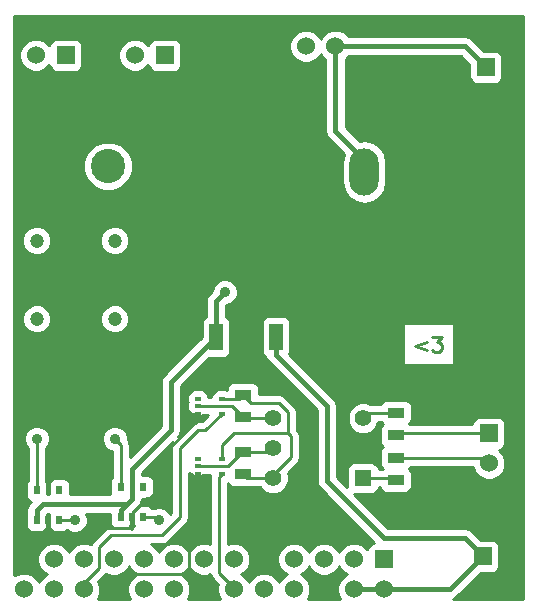
<source format=gtl>
G04 (created by PCBNEW (2012-nov-02)-testing) date Mon 04 Feb 2013 05:38:42 PM EST*
%MOIN*%
G04 Gerber Fmt 3.4, Leading zero omitted, Abs format*
%FSLAX34Y34*%
G01*
G70*
G90*
G04 APERTURE LIST*
%ADD10C,0.006*%
%ADD11C,0.00984252*%
%ADD12R,0.06X0.06*%
%ADD13C,0.06*%
%ADD14C,0.114173*%
%ADD15R,0.045X0.09*%
%ADD16R,0.4252X0.2755*%
%ADD17R,0.02X0.03*%
%ADD18R,0.055X0.035*%
%ADD19C,0.0472441*%
%ADD20C,0.0354331*%
%ADD21R,0.055X0.055*%
%ADD22C,0.055*%
%ADD23R,0.02X0.012*%
%ADD24O,0.2362X0.0984*%
%ADD25O,0.0984X0.1575*%
%ADD26C,0.035*%
%ADD27C,0.018*%
%ADD28C,0.01*%
G04 APERTURE END LIST*
G54D10*
G54D11*
X14027Y8855D02*
X13646Y8713D01*
X14027Y8570D01*
X14217Y9022D02*
X14527Y9022D01*
X14360Y8832D01*
X14432Y8832D01*
X14479Y8808D01*
X14503Y8784D01*
X14527Y8736D01*
X14527Y8617D01*
X14503Y8570D01*
X14479Y8546D01*
X14432Y8522D01*
X14289Y8522D01*
X14241Y8546D01*
X14217Y8570D01*
G54D12*
X9016Y18700D03*
G54D13*
X10000Y18700D03*
X10984Y18700D03*
G54D12*
X16100Y5800D03*
G54D13*
X16100Y4800D03*
G54D14*
X3400Y14700D03*
G54D12*
X12600Y1600D03*
G54D13*
X12600Y600D03*
X11600Y1600D03*
X11600Y600D03*
X10600Y1600D03*
X10600Y600D03*
X9600Y1600D03*
X9600Y600D03*
X8600Y1600D03*
X8600Y600D03*
X7600Y1600D03*
X7600Y600D03*
X6600Y1600D03*
X6600Y600D03*
X5600Y1600D03*
X5600Y600D03*
X4600Y1600D03*
X4600Y600D03*
X3600Y1600D03*
X3600Y600D03*
X2600Y1600D03*
X2600Y600D03*
X1600Y1600D03*
X1600Y600D03*
X600Y1600D03*
X600Y600D03*
G54D15*
X7000Y9000D03*
G54D16*
X8000Y13250D03*
G54D15*
X9000Y9000D03*
X8000Y9000D03*
G54D17*
X1025Y2900D03*
X1775Y2900D03*
X1025Y3900D03*
X1400Y2900D03*
X1775Y3900D03*
X3825Y3000D03*
X4575Y3000D03*
X3825Y4000D03*
X4200Y3000D03*
X4575Y4000D03*
G54D18*
X7900Y6325D03*
X7900Y7075D03*
X7900Y5175D03*
X7900Y4425D03*
X13000Y4975D03*
X13000Y4225D03*
X13000Y5725D03*
X13000Y6475D03*
G54D19*
X3629Y12217D03*
X3629Y9611D03*
G54D20*
X3629Y5618D03*
X3629Y6618D03*
G54D19*
X1029Y12217D03*
X1029Y9611D03*
G54D20*
X1029Y5618D03*
X1029Y6618D03*
G54D21*
X11900Y4300D03*
G54D22*
X11900Y5300D03*
X11900Y6300D03*
X11900Y7300D03*
X8900Y7300D03*
X8900Y6300D03*
X8900Y5300D03*
X8900Y4300D03*
G54D23*
X6400Y6950D03*
X6400Y6450D03*
X7200Y6950D03*
X6400Y6700D03*
X7200Y6450D03*
X6400Y4950D03*
X6400Y4450D03*
X7200Y4950D03*
X6400Y4700D03*
X7200Y4450D03*
G54D12*
X5300Y18400D03*
G54D13*
X4300Y18400D03*
G54D12*
X15900Y1700D03*
G54D13*
X15900Y2700D03*
G54D12*
X2000Y18400D03*
G54D13*
X1000Y18400D03*
G54D12*
X16000Y18000D03*
G54D13*
X16000Y19000D03*
G54D24*
X13122Y16350D03*
G54D25*
X14303Y14500D03*
X11941Y14500D03*
G54D26*
X7300Y10500D03*
X5100Y2900D03*
X2300Y2900D03*
G54D27*
X1025Y2900D02*
X1025Y3225D01*
X1250Y3450D02*
X4050Y3450D01*
X1025Y3225D02*
X1250Y3450D01*
X7000Y10200D02*
X7000Y9000D01*
X7300Y10500D02*
X7000Y10200D01*
X3825Y3000D02*
X3825Y3225D01*
X5500Y7500D02*
X7000Y9000D01*
X5500Y5900D02*
X5500Y7500D01*
X4200Y4600D02*
X5500Y5900D01*
X4200Y3600D02*
X4200Y4600D01*
X3825Y3225D02*
X4050Y3450D01*
X4050Y3450D02*
X4200Y3600D01*
G54D28*
X9400Y5800D02*
X9400Y6500D01*
X8175Y6800D02*
X7900Y7075D01*
X9100Y6800D02*
X8175Y6800D01*
X9400Y6500D02*
X9100Y6800D01*
X8900Y4300D02*
X8900Y4400D01*
X7200Y5400D02*
X7200Y4950D01*
X7600Y5800D02*
X7200Y5400D01*
X9400Y5800D02*
X7600Y5800D01*
X9500Y5700D02*
X9400Y5800D01*
X9500Y5000D02*
X9500Y5700D01*
X8900Y4400D02*
X9500Y5000D01*
X8900Y4300D02*
X8025Y4300D01*
X8025Y4300D02*
X7900Y4425D01*
X7200Y6950D02*
X7775Y6950D01*
X7775Y6950D02*
X7900Y7075D01*
G54D27*
X11600Y600D02*
X12600Y600D01*
X9000Y9000D02*
X9000Y8400D01*
X15300Y2300D02*
X15900Y1700D01*
X12600Y2300D02*
X15300Y2300D01*
X10700Y4200D02*
X12600Y2300D01*
X10700Y6700D02*
X10700Y4200D01*
X9000Y8400D02*
X10700Y6700D01*
X12600Y600D02*
X14800Y600D01*
X14800Y600D02*
X15900Y1700D01*
G54D28*
X3825Y4000D02*
X3825Y5423D01*
X3825Y5423D02*
X3629Y5618D01*
X1025Y3900D02*
X1025Y5614D01*
X1025Y5614D02*
X1029Y5618D01*
X7600Y600D02*
X7600Y650D01*
X7100Y4350D02*
X7200Y4450D01*
X7100Y1150D02*
X7100Y4350D01*
X7600Y650D02*
X7100Y1150D01*
X5000Y3000D02*
X4575Y3000D01*
X5100Y2900D02*
X5000Y3000D01*
X2300Y2900D02*
X1775Y2900D01*
X2600Y600D02*
X2600Y800D01*
X6650Y5900D02*
X7200Y6450D01*
X6400Y5900D02*
X6650Y5900D01*
X5800Y5300D02*
X6400Y5900D01*
X5800Y3000D02*
X5800Y5300D01*
X5200Y2400D02*
X5800Y3000D01*
X3500Y2400D02*
X5200Y2400D01*
X3100Y2000D02*
X3500Y2400D01*
X3100Y1300D02*
X3100Y2000D01*
X2600Y800D02*
X3100Y1300D01*
X13000Y4975D02*
X15925Y4975D01*
X15925Y4975D02*
X16100Y4800D01*
X16100Y5800D02*
X13075Y5800D01*
X13075Y5800D02*
X13000Y5725D01*
G54D27*
X11941Y14500D02*
X11941Y14909D01*
X10984Y15866D02*
X10984Y18700D01*
X11941Y14909D02*
X10984Y15866D01*
X10984Y18700D02*
X15300Y18700D01*
X15300Y18700D02*
X16000Y18000D01*
G54D28*
X14303Y14500D02*
X14303Y15169D01*
X14303Y15169D02*
X13122Y16350D01*
X6400Y6450D02*
X6020Y6450D01*
X6490Y7790D02*
X8410Y7790D01*
X6000Y7300D02*
X6490Y7790D01*
X6000Y6470D02*
X6000Y7300D01*
X6020Y6450D02*
X6000Y6470D01*
X4200Y3000D02*
X4200Y2600D01*
X2710Y2400D02*
X1400Y2400D01*
X2950Y2640D02*
X2710Y2400D01*
X4160Y2640D02*
X2950Y2640D01*
X4200Y2600D02*
X4160Y2640D01*
X6100Y1100D02*
X6100Y3850D01*
X6100Y3850D02*
X6350Y4100D01*
X6400Y4450D02*
X6400Y4150D01*
X6400Y4150D02*
X6350Y4100D01*
X4200Y3000D02*
X4200Y3150D01*
X6400Y6250D02*
X6400Y6450D01*
X5450Y5300D02*
X6400Y6250D01*
X5450Y4100D02*
X5450Y4200D01*
X5450Y4200D02*
X5450Y5300D01*
X5000Y3650D02*
X5450Y4100D01*
X4700Y3650D02*
X5000Y3650D01*
X4200Y3150D02*
X4700Y3650D01*
X3600Y600D02*
X3600Y750D01*
X6100Y1100D02*
X6600Y600D01*
X3950Y1100D02*
X6100Y1100D01*
X3600Y750D02*
X3950Y1100D01*
X600Y1600D02*
X1400Y2400D01*
X1400Y2400D02*
X1400Y2900D01*
X11900Y5300D02*
X11400Y5800D01*
X11400Y6800D02*
X11900Y7300D01*
X11400Y5800D02*
X11400Y6800D01*
X8000Y13250D02*
X8000Y17684D01*
X8000Y17684D02*
X9016Y18700D01*
X8000Y9000D02*
X8000Y13250D01*
X8900Y7300D02*
X8410Y7790D01*
X8410Y7790D02*
X8100Y8100D01*
X8100Y8900D02*
X8000Y9000D01*
X8100Y8100D02*
X8100Y8900D01*
X14303Y14500D02*
X14600Y14500D01*
X16900Y19000D02*
X16000Y19000D01*
X17000Y18900D02*
X16900Y19000D01*
X17000Y16900D02*
X17000Y18900D01*
X14600Y14500D02*
X17000Y16900D01*
X6400Y6700D02*
X7525Y6700D01*
X7525Y6700D02*
X7900Y6325D01*
X8900Y6300D02*
X7925Y6300D01*
X7925Y6300D02*
X7900Y6325D01*
X7900Y5175D02*
X8775Y5175D01*
X8775Y5175D02*
X8900Y5300D01*
X6400Y4700D02*
X7400Y4700D01*
X7875Y5175D02*
X7900Y5175D01*
X7400Y4700D02*
X7875Y5175D01*
X11900Y4300D02*
X12925Y4300D01*
X12925Y4300D02*
X13000Y4225D01*
X13000Y6475D02*
X12075Y6475D01*
X12075Y6475D02*
X11900Y6300D01*
G54D10*
G36*
X4271Y2700D02*
X4128Y2700D01*
X4136Y2708D01*
X4174Y2800D01*
X4175Y2899D01*
X4175Y3094D01*
X4224Y3144D01*
X4224Y3100D01*
X4224Y2800D01*
X4262Y2708D01*
X4271Y2700D01*
X4271Y2700D01*
G37*
G54D28*
X4271Y2700D02*
X4128Y2700D01*
X4136Y2708D01*
X4174Y2800D01*
X4175Y2899D01*
X4175Y3094D01*
X4224Y3144D01*
X4224Y3100D01*
X4224Y2800D01*
X4262Y2708D01*
X4271Y2700D01*
G54D10*
G36*
X4369Y1100D02*
X4288Y1066D01*
X4134Y911D01*
X4050Y709D01*
X4049Y491D01*
X4133Y288D01*
X4142Y279D01*
X3057Y279D01*
X3065Y288D01*
X3149Y490D01*
X3150Y708D01*
X3086Y862D01*
X3312Y1087D01*
X3312Y1087D01*
X3331Y1116D01*
X3331Y1116D01*
X3490Y1050D01*
X3708Y1049D01*
X3911Y1133D01*
X4065Y1288D01*
X4099Y1369D01*
X4133Y1288D01*
X4288Y1134D01*
X4369Y1100D01*
X4369Y1100D01*
G37*
G54D28*
X4369Y1100D02*
X4288Y1066D01*
X4134Y911D01*
X4050Y709D01*
X4049Y491D01*
X4133Y288D01*
X4142Y279D01*
X3057Y279D01*
X3065Y288D01*
X3149Y490D01*
X3150Y708D01*
X3086Y862D01*
X3312Y1087D01*
X3312Y1087D01*
X3331Y1116D01*
X3331Y1116D01*
X3490Y1050D01*
X3708Y1049D01*
X3911Y1133D01*
X4065Y1288D01*
X4099Y1369D01*
X4133Y1288D01*
X4288Y1134D01*
X4369Y1100D01*
G54D10*
G36*
X5577Y5496D02*
X5522Y5414D01*
X5500Y5300D01*
X5500Y3124D01*
X5476Y3101D01*
X5460Y3140D01*
X5341Y3260D01*
X5184Y3324D01*
X5015Y3325D01*
X4955Y3300D01*
X4878Y3300D01*
X4816Y3361D01*
X4724Y3399D01*
X4625Y3400D01*
X4467Y3400D01*
X4514Y3469D01*
X4514Y3469D01*
X4518Y3491D01*
X4539Y3599D01*
X4539Y3599D01*
X4724Y3599D01*
X4816Y3637D01*
X4886Y3708D01*
X4924Y3800D01*
X4925Y3899D01*
X4925Y4199D01*
X4887Y4291D01*
X4816Y4361D01*
X4724Y4399D01*
X4625Y4400D01*
X4540Y4400D01*
X4540Y4459D01*
X5577Y5496D01*
X5577Y5496D01*
G37*
G54D28*
X5577Y5496D02*
X5522Y5414D01*
X5500Y5300D01*
X5500Y3124D01*
X5476Y3101D01*
X5460Y3140D01*
X5341Y3260D01*
X5184Y3324D01*
X5015Y3325D01*
X4955Y3300D01*
X4878Y3300D01*
X4816Y3361D01*
X4724Y3399D01*
X4625Y3400D01*
X4467Y3400D01*
X4514Y3469D01*
X4514Y3469D01*
X4518Y3491D01*
X4539Y3599D01*
X4539Y3599D01*
X4724Y3599D01*
X4816Y3637D01*
X4886Y3708D01*
X4924Y3800D01*
X4925Y3899D01*
X4925Y4199D01*
X4887Y4291D01*
X4816Y4361D01*
X4724Y4399D01*
X4625Y4400D01*
X4540Y4400D01*
X4540Y4459D01*
X5577Y5496D01*
G54D10*
G36*
X6809Y4400D02*
X6800Y4350D01*
X6800Y2112D01*
X6709Y2149D01*
X6491Y2150D01*
X6288Y2066D01*
X6134Y1911D01*
X6100Y1830D01*
X6066Y1911D01*
X5911Y2065D01*
X5709Y2149D01*
X5491Y2150D01*
X5288Y2066D01*
X5134Y1911D01*
X5100Y1830D01*
X5066Y1911D01*
X4911Y2065D01*
X4830Y2100D01*
X5200Y2100D01*
X5200Y2100D01*
X5314Y2122D01*
X5314Y2122D01*
X5412Y2187D01*
X6012Y2787D01*
X6012Y2787D01*
X6077Y2885D01*
X6099Y3000D01*
X6100Y3000D01*
X6100Y4486D01*
X6158Y4428D01*
X6250Y4390D01*
X6349Y4389D01*
X6549Y4389D01*
X6573Y4400D01*
X6809Y4400D01*
X6809Y4400D01*
G37*
G54D28*
X6809Y4400D02*
X6800Y4350D01*
X6800Y2112D01*
X6709Y2149D01*
X6491Y2150D01*
X6288Y2066D01*
X6134Y1911D01*
X6100Y1830D01*
X6066Y1911D01*
X5911Y2065D01*
X5709Y2149D01*
X5491Y2150D01*
X5288Y2066D01*
X5134Y1911D01*
X5100Y1830D01*
X5066Y1911D01*
X4911Y2065D01*
X4830Y2100D01*
X5200Y2100D01*
X5200Y2100D01*
X5314Y2122D01*
X5314Y2122D01*
X5412Y2187D01*
X6012Y2787D01*
X6012Y2787D01*
X6077Y2885D01*
X6099Y3000D01*
X6100Y3000D01*
X6100Y4486D01*
X6158Y4428D01*
X6250Y4390D01*
X6349Y4389D01*
X6549Y4389D01*
X6573Y4400D01*
X6809Y4400D01*
G54D10*
G36*
X7142Y279D02*
X6057Y279D01*
X6065Y288D01*
X6149Y490D01*
X6150Y708D01*
X6066Y911D01*
X5911Y1065D01*
X5830Y1099D01*
X5911Y1133D01*
X6065Y1288D01*
X6099Y1369D01*
X6133Y1288D01*
X6288Y1134D01*
X6490Y1050D01*
X6708Y1049D01*
X6811Y1092D01*
X6822Y1035D01*
X6887Y937D01*
X7069Y756D01*
X7050Y709D01*
X7049Y491D01*
X7133Y288D01*
X7142Y279D01*
X7142Y279D01*
G37*
G54D28*
X7142Y279D02*
X6057Y279D01*
X6065Y288D01*
X6149Y490D01*
X6150Y708D01*
X6066Y911D01*
X5911Y1065D01*
X5830Y1099D01*
X5911Y1133D01*
X6065Y1288D01*
X6099Y1369D01*
X6133Y1288D01*
X6288Y1134D01*
X6490Y1050D01*
X6708Y1049D01*
X6811Y1092D01*
X6822Y1035D01*
X6887Y937D01*
X7069Y756D01*
X7050Y709D01*
X7049Y491D01*
X7133Y288D01*
X7142Y279D01*
G54D10*
G36*
X11369Y1100D02*
X11288Y1066D01*
X11134Y911D01*
X11050Y709D01*
X11049Y491D01*
X11133Y288D01*
X11142Y279D01*
X10057Y279D01*
X10065Y288D01*
X10149Y490D01*
X10150Y708D01*
X10066Y911D01*
X9911Y1065D01*
X9830Y1099D01*
X9911Y1133D01*
X10065Y1288D01*
X10099Y1369D01*
X10133Y1288D01*
X10288Y1134D01*
X10490Y1050D01*
X10708Y1049D01*
X10911Y1133D01*
X11065Y1288D01*
X11099Y1369D01*
X11133Y1288D01*
X11288Y1134D01*
X11369Y1100D01*
X11369Y1100D01*
G37*
G54D28*
X11369Y1100D02*
X11288Y1066D01*
X11134Y911D01*
X11050Y709D01*
X11049Y491D01*
X11133Y288D01*
X11142Y279D01*
X10057Y279D01*
X10065Y288D01*
X10149Y490D01*
X10150Y708D01*
X10066Y911D01*
X9911Y1065D01*
X9830Y1099D01*
X9911Y1133D01*
X10065Y1288D01*
X10099Y1369D01*
X10133Y1288D01*
X10288Y1134D01*
X10490Y1050D01*
X10708Y1049D01*
X10911Y1133D01*
X11065Y1288D01*
X11099Y1369D01*
X11133Y1288D01*
X11288Y1134D01*
X11369Y1100D01*
G54D10*
G36*
X17220Y279D02*
X14898Y279D01*
X14930Y285D01*
X15040Y359D01*
X15830Y1149D01*
X16249Y1149D01*
X16341Y1187D01*
X16411Y1258D01*
X16449Y1350D01*
X16450Y1449D01*
X16450Y2049D01*
X16412Y2141D01*
X16341Y2211D01*
X16249Y2249D01*
X16150Y2250D01*
X15830Y2250D01*
X15540Y2540D01*
X15430Y2614D01*
X15300Y2640D01*
X12740Y2640D01*
X11605Y3775D01*
X11674Y3774D01*
X12224Y3774D01*
X12316Y3812D01*
X12386Y3883D01*
X12424Y3975D01*
X12424Y4000D01*
X12475Y4000D01*
X12512Y3908D01*
X12583Y3838D01*
X12675Y3800D01*
X12774Y3799D01*
X13324Y3799D01*
X13416Y3837D01*
X13486Y3908D01*
X13524Y4000D01*
X13525Y4099D01*
X13525Y4449D01*
X13487Y4541D01*
X13428Y4600D01*
X13486Y4658D01*
X13493Y4675D01*
X15556Y4675D01*
X15633Y4488D01*
X15788Y4334D01*
X15990Y4250D01*
X16208Y4249D01*
X16411Y4333D01*
X16565Y4488D01*
X16649Y4690D01*
X16650Y4908D01*
X16566Y5111D01*
X16427Y5249D01*
X16449Y5249D01*
X16541Y5287D01*
X16611Y5358D01*
X16649Y5450D01*
X16650Y5549D01*
X16650Y6149D01*
X16612Y6241D01*
X16550Y6303D01*
X16550Y17749D01*
X16550Y18349D01*
X16512Y18441D01*
X16441Y18511D01*
X16349Y18549D01*
X16250Y18550D01*
X15930Y18550D01*
X15540Y18940D01*
X15430Y19014D01*
X15300Y19040D01*
X11421Y19040D01*
X11295Y19165D01*
X11093Y19249D01*
X10875Y19250D01*
X10672Y19166D01*
X10518Y19011D01*
X10492Y18949D01*
X10466Y19011D01*
X10311Y19165D01*
X10109Y19249D01*
X9891Y19250D01*
X9688Y19166D01*
X9534Y19011D01*
X9450Y18809D01*
X9449Y18591D01*
X9533Y18388D01*
X9688Y18234D01*
X9890Y18150D01*
X10108Y18149D01*
X10311Y18233D01*
X10465Y18388D01*
X10491Y18450D01*
X10517Y18388D01*
X10644Y18262D01*
X10644Y15866D01*
X10669Y15735D01*
X10743Y15625D01*
X11261Y15108D01*
X11255Y15099D01*
X11199Y14815D01*
X11199Y14184D01*
X11255Y13900D01*
X11416Y13659D01*
X11657Y13498D01*
X11941Y13442D01*
X12224Y13498D01*
X12465Y13659D01*
X12626Y13900D01*
X12683Y14184D01*
X12683Y14815D01*
X12626Y15099D01*
X12465Y15340D01*
X12224Y15501D01*
X11941Y15557D01*
X11800Y15529D01*
X11324Y16006D01*
X11324Y18262D01*
X11421Y18360D01*
X15159Y18360D01*
X15449Y18069D01*
X15449Y17650D01*
X15487Y17558D01*
X15558Y17488D01*
X15650Y17450D01*
X15749Y17449D01*
X16349Y17449D01*
X16441Y17487D01*
X16511Y17558D01*
X16549Y17650D01*
X16550Y17749D01*
X16550Y6303D01*
X16541Y6311D01*
X16449Y6349D01*
X16350Y6350D01*
X15750Y6350D01*
X15658Y6312D01*
X15588Y6241D01*
X15550Y6149D01*
X15550Y6100D01*
X14921Y6100D01*
X14921Y8075D01*
X14921Y9472D01*
X13228Y9472D01*
X13228Y8075D01*
X14921Y8075D01*
X14921Y6100D01*
X13428Y6100D01*
X13428Y6100D01*
X13486Y6158D01*
X13524Y6250D01*
X13525Y6349D01*
X13525Y6699D01*
X13487Y6791D01*
X13416Y6861D01*
X13324Y6899D01*
X13225Y6900D01*
X12675Y6900D01*
X12583Y6862D01*
X12513Y6791D01*
X12506Y6775D01*
X12125Y6775D01*
X12004Y6824D01*
X11796Y6825D01*
X11603Y6745D01*
X11455Y6597D01*
X11375Y6404D01*
X11374Y6196D01*
X11454Y6003D01*
X11602Y5855D01*
X11795Y5775D01*
X12003Y5774D01*
X12197Y5854D01*
X12344Y6002D01*
X12416Y6175D01*
X12506Y6175D01*
X12512Y6158D01*
X12571Y6099D01*
X12513Y6041D01*
X12475Y5949D01*
X12474Y5850D01*
X12474Y5500D01*
X12512Y5408D01*
X12571Y5349D01*
X12513Y5291D01*
X12475Y5199D01*
X12474Y5100D01*
X12474Y4750D01*
X12512Y4658D01*
X12571Y4600D01*
X12425Y4600D01*
X12425Y4624D01*
X12387Y4716D01*
X12316Y4786D01*
X12224Y4824D01*
X12125Y4825D01*
X11575Y4825D01*
X11483Y4787D01*
X11413Y4716D01*
X11375Y4624D01*
X11374Y4525D01*
X11374Y4005D01*
X11040Y4340D01*
X11040Y6700D01*
X11018Y6808D01*
X11014Y6830D01*
X11014Y6830D01*
X10940Y6940D01*
X10940Y6940D01*
X9447Y8433D01*
X9474Y8500D01*
X9475Y8599D01*
X9475Y9499D01*
X9437Y9591D01*
X9366Y9661D01*
X9274Y9699D01*
X9175Y9700D01*
X8725Y9700D01*
X8633Y9662D01*
X8563Y9591D01*
X8525Y9499D01*
X8524Y9400D01*
X8524Y8500D01*
X8562Y8408D01*
X8633Y8338D01*
X8675Y8320D01*
X8685Y8269D01*
X8759Y8159D01*
X10360Y6559D01*
X10360Y4200D01*
X10385Y4069D01*
X10459Y3959D01*
X12269Y2150D01*
X12250Y2150D01*
X12158Y2112D01*
X12088Y2041D01*
X12050Y1949D01*
X12050Y1927D01*
X11911Y2065D01*
X11709Y2149D01*
X11491Y2150D01*
X11288Y2066D01*
X11134Y1911D01*
X11100Y1830D01*
X11066Y1911D01*
X10911Y2065D01*
X10709Y2149D01*
X10491Y2150D01*
X10288Y2066D01*
X10134Y1911D01*
X10100Y1830D01*
X10066Y1911D01*
X9911Y2065D01*
X9709Y2149D01*
X9491Y2150D01*
X9288Y2066D01*
X9134Y1911D01*
X9050Y1709D01*
X9049Y1491D01*
X9133Y1288D01*
X9288Y1134D01*
X9369Y1100D01*
X9288Y1066D01*
X9134Y911D01*
X9100Y830D01*
X9066Y911D01*
X8911Y1065D01*
X8709Y1149D01*
X8491Y1150D01*
X8288Y1066D01*
X8134Y911D01*
X8100Y830D01*
X8066Y911D01*
X7911Y1065D01*
X7830Y1099D01*
X7911Y1133D01*
X8065Y1288D01*
X8149Y1490D01*
X8150Y1708D01*
X8066Y1911D01*
X7911Y2065D01*
X7709Y2149D01*
X7491Y2150D01*
X7400Y2112D01*
X7400Y4139D01*
X7412Y4108D01*
X7483Y4038D01*
X7575Y4000D01*
X7674Y3999D01*
X8224Y3999D01*
X8224Y4000D01*
X8457Y4000D01*
X8602Y3855D01*
X8795Y3775D01*
X9003Y3774D01*
X9197Y3854D01*
X9344Y4002D01*
X9424Y4195D01*
X9425Y4403D01*
X9396Y4472D01*
X9712Y4787D01*
X9712Y4787D01*
X9777Y4885D01*
X9799Y5000D01*
X9800Y5000D01*
X9800Y5700D01*
X9777Y5814D01*
X9712Y5912D01*
X9712Y5912D01*
X9700Y5924D01*
X9700Y6500D01*
X9699Y6500D01*
X9677Y6614D01*
X9612Y6712D01*
X9612Y6712D01*
X9312Y7012D01*
X9214Y7077D01*
X9100Y7100D01*
X8425Y7100D01*
X8425Y7299D01*
X8387Y7391D01*
X8316Y7461D01*
X8224Y7499D01*
X8125Y7500D01*
X7575Y7500D01*
X7483Y7462D01*
X7413Y7391D01*
X7375Y7299D01*
X7375Y7250D01*
X7373Y7250D01*
X7349Y7259D01*
X7250Y7260D01*
X7050Y7260D01*
X6958Y7222D01*
X6888Y7151D01*
X6850Y7059D01*
X6849Y7000D01*
X6750Y7000D01*
X6750Y7059D01*
X6712Y7151D01*
X6641Y7221D01*
X6549Y7259D01*
X6450Y7260D01*
X6250Y7260D01*
X6158Y7222D01*
X6088Y7151D01*
X6050Y7059D01*
X6049Y6960D01*
X6049Y6840D01*
X6056Y6825D01*
X6050Y6809D01*
X6049Y6710D01*
X6049Y6590D01*
X6087Y6498D01*
X6158Y6428D01*
X6250Y6390D01*
X6349Y6389D01*
X6549Y6389D01*
X6573Y6400D01*
X6725Y6400D01*
X6525Y6200D01*
X6400Y6200D01*
X6285Y6177D01*
X6187Y6112D01*
X5750Y5674D01*
X5814Y5769D01*
X5814Y5769D01*
X5818Y5791D01*
X5839Y5900D01*
X5840Y5900D01*
X5840Y7359D01*
X6780Y8299D01*
X6824Y8299D01*
X7274Y8299D01*
X7366Y8337D01*
X7436Y8408D01*
X7474Y8500D01*
X7475Y8599D01*
X7475Y9499D01*
X7437Y9591D01*
X7366Y9661D01*
X7340Y9672D01*
X7340Y10059D01*
X7355Y10074D01*
X7384Y10074D01*
X7540Y10139D01*
X7660Y10258D01*
X7724Y10415D01*
X7725Y10584D01*
X7660Y10740D01*
X7541Y10860D01*
X7384Y10924D01*
X7215Y10925D01*
X7059Y10860D01*
X6939Y10741D01*
X6875Y10584D01*
X6875Y10555D01*
X6759Y10440D01*
X6685Y10330D01*
X6660Y10200D01*
X6660Y9672D01*
X6633Y9662D01*
X6563Y9591D01*
X6525Y9499D01*
X6524Y9400D01*
X6524Y9005D01*
X5850Y8330D01*
X5850Y18149D01*
X5850Y18749D01*
X5812Y18841D01*
X5741Y18911D01*
X5649Y18949D01*
X5550Y18950D01*
X4950Y18950D01*
X4858Y18912D01*
X4788Y18841D01*
X4750Y18749D01*
X4750Y18727D01*
X4611Y18865D01*
X4409Y18949D01*
X4191Y18950D01*
X3988Y18866D01*
X3834Y18711D01*
X3750Y18509D01*
X3749Y18291D01*
X3833Y18088D01*
X3988Y17934D01*
X4190Y17850D01*
X4408Y17849D01*
X4611Y17933D01*
X4749Y18072D01*
X4749Y18050D01*
X4787Y17958D01*
X4858Y17888D01*
X4950Y17850D01*
X5049Y17849D01*
X5649Y17849D01*
X5741Y17887D01*
X5811Y17958D01*
X5849Y18050D01*
X5850Y18149D01*
X5850Y8330D01*
X5259Y7740D01*
X5185Y7630D01*
X5160Y7500D01*
X5160Y6040D01*
X4221Y5101D01*
X4221Y14862D01*
X4096Y15164D01*
X3865Y15395D01*
X3563Y15520D01*
X3237Y15521D01*
X2935Y15396D01*
X2704Y15165D01*
X2579Y14863D01*
X2578Y14537D01*
X2703Y14235D01*
X2934Y14004D01*
X3236Y13879D01*
X3562Y13878D01*
X3864Y14003D01*
X4095Y14234D01*
X4220Y14536D01*
X4221Y14862D01*
X4221Y5101D01*
X4125Y5005D01*
X4125Y5423D01*
X4115Y5471D01*
X4115Y9707D01*
X4115Y12313D01*
X4041Y12492D01*
X3904Y12629D01*
X3726Y12703D01*
X3532Y12703D01*
X3354Y12629D01*
X3217Y12493D01*
X3142Y12314D01*
X3142Y12121D01*
X3216Y11942D01*
X3353Y11805D01*
X3531Y11731D01*
X3725Y11731D01*
X3904Y11804D01*
X4041Y11941D01*
X4115Y12120D01*
X4115Y12313D01*
X4115Y9707D01*
X4041Y9886D01*
X3904Y10022D01*
X3726Y10097D01*
X3532Y10097D01*
X3354Y10023D01*
X3217Y9886D01*
X3142Y9708D01*
X3142Y9514D01*
X3216Y9335D01*
X3353Y9199D01*
X3531Y9124D01*
X3725Y9124D01*
X3904Y9198D01*
X4041Y9335D01*
X4115Y9513D01*
X4115Y9707D01*
X4115Y5471D01*
X4102Y5537D01*
X4056Y5606D01*
X4056Y5703D01*
X3991Y5860D01*
X3871Y5980D01*
X3714Y6045D01*
X3544Y6046D01*
X3387Y5981D01*
X3267Y5861D01*
X3202Y5704D01*
X3201Y5534D01*
X3266Y5377D01*
X3386Y5256D01*
X3525Y5199D01*
X3525Y4303D01*
X3513Y4291D01*
X3475Y4199D01*
X3474Y4100D01*
X3474Y3800D01*
X3479Y3790D01*
X2550Y3790D01*
X2550Y18149D01*
X2550Y18749D01*
X2512Y18841D01*
X2441Y18911D01*
X2349Y18949D01*
X2250Y18950D01*
X1650Y18950D01*
X1558Y18912D01*
X1488Y18841D01*
X1450Y18749D01*
X1450Y18727D01*
X1311Y18865D01*
X1109Y18949D01*
X891Y18950D01*
X688Y18866D01*
X534Y18711D01*
X450Y18509D01*
X449Y18291D01*
X533Y18088D01*
X688Y17934D01*
X890Y17850D01*
X1108Y17849D01*
X1311Y17933D01*
X1449Y18072D01*
X1449Y18050D01*
X1487Y17958D01*
X1558Y17888D01*
X1650Y17850D01*
X1749Y17849D01*
X2349Y17849D01*
X2441Y17887D01*
X2511Y17958D01*
X2549Y18050D01*
X2550Y18149D01*
X2550Y3790D01*
X2125Y3790D01*
X2125Y3799D01*
X2125Y4099D01*
X2087Y4191D01*
X2016Y4261D01*
X1924Y4299D01*
X1825Y4300D01*
X1625Y4300D01*
X1533Y4262D01*
X1515Y4243D01*
X1515Y9707D01*
X1515Y12313D01*
X1441Y12492D01*
X1304Y12629D01*
X1126Y12703D01*
X932Y12703D01*
X754Y12629D01*
X617Y12493D01*
X542Y12314D01*
X542Y12121D01*
X616Y11942D01*
X753Y11805D01*
X931Y11731D01*
X1125Y11731D01*
X1304Y11804D01*
X1441Y11941D01*
X1515Y12120D01*
X1515Y12313D01*
X1515Y9707D01*
X1441Y9886D01*
X1304Y10022D01*
X1126Y10097D01*
X932Y10097D01*
X754Y10023D01*
X617Y9886D01*
X542Y9708D01*
X542Y9514D01*
X616Y9335D01*
X753Y9199D01*
X931Y9124D01*
X1125Y9124D01*
X1304Y9198D01*
X1441Y9335D01*
X1515Y9513D01*
X1515Y9707D01*
X1515Y4243D01*
X1463Y4191D01*
X1425Y4099D01*
X1424Y4000D01*
X1424Y3790D01*
X1375Y3790D01*
X1375Y3799D01*
X1375Y4099D01*
X1337Y4191D01*
X1325Y4203D01*
X1325Y5310D01*
X1391Y5376D01*
X1456Y5533D01*
X1456Y5703D01*
X1391Y5860D01*
X1271Y5980D01*
X1114Y6045D01*
X944Y6046D01*
X787Y5981D01*
X667Y5861D01*
X602Y5704D01*
X601Y5534D01*
X666Y5377D01*
X725Y5318D01*
X725Y4203D01*
X713Y4191D01*
X675Y4099D01*
X674Y4000D01*
X674Y3700D01*
X712Y3608D01*
X783Y3538D01*
X835Y3516D01*
X784Y3465D01*
X710Y3355D01*
X685Y3225D01*
X685Y3123D01*
X675Y3099D01*
X674Y3000D01*
X674Y2700D01*
X712Y2608D01*
X783Y2538D01*
X875Y2500D01*
X974Y2499D01*
X1174Y2499D01*
X1266Y2537D01*
X1336Y2608D01*
X1374Y2700D01*
X1375Y2799D01*
X1375Y3094D01*
X1390Y3110D01*
X1429Y3110D01*
X1425Y3099D01*
X1424Y3000D01*
X1424Y2700D01*
X1462Y2608D01*
X1533Y2538D01*
X1625Y2500D01*
X1724Y2499D01*
X1924Y2499D01*
X2016Y2537D01*
X2038Y2560D01*
X2058Y2539D01*
X2215Y2475D01*
X2384Y2474D01*
X2540Y2539D01*
X2660Y2658D01*
X2724Y2815D01*
X2725Y2984D01*
X2673Y3110D01*
X3474Y3110D01*
X3474Y3100D01*
X3474Y2800D01*
X3512Y2708D01*
X3521Y2700D01*
X3500Y2700D01*
X3385Y2677D01*
X3287Y2612D01*
X2887Y2212D01*
X2822Y2114D01*
X2820Y2103D01*
X2709Y2149D01*
X2491Y2150D01*
X2288Y2066D01*
X2134Y1911D01*
X2100Y1830D01*
X2066Y1911D01*
X1911Y2065D01*
X1709Y2149D01*
X1491Y2150D01*
X1288Y2066D01*
X1134Y1911D01*
X1050Y1709D01*
X1049Y1491D01*
X1133Y1288D01*
X1288Y1134D01*
X1369Y1100D01*
X1288Y1066D01*
X1134Y911D01*
X1100Y830D01*
X1066Y911D01*
X911Y1065D01*
X709Y1149D01*
X491Y1150D01*
X288Y1066D01*
X279Y1057D01*
X279Y19720D01*
X17220Y19720D01*
X17220Y279D01*
X17220Y279D01*
G37*
G54D28*
X17220Y279D02*
X14898Y279D01*
X14930Y285D01*
X15040Y359D01*
X15830Y1149D01*
X16249Y1149D01*
X16341Y1187D01*
X16411Y1258D01*
X16449Y1350D01*
X16450Y1449D01*
X16450Y2049D01*
X16412Y2141D01*
X16341Y2211D01*
X16249Y2249D01*
X16150Y2250D01*
X15830Y2250D01*
X15540Y2540D01*
X15430Y2614D01*
X15300Y2640D01*
X12740Y2640D01*
X11605Y3775D01*
X11674Y3774D01*
X12224Y3774D01*
X12316Y3812D01*
X12386Y3883D01*
X12424Y3975D01*
X12424Y4000D01*
X12475Y4000D01*
X12512Y3908D01*
X12583Y3838D01*
X12675Y3800D01*
X12774Y3799D01*
X13324Y3799D01*
X13416Y3837D01*
X13486Y3908D01*
X13524Y4000D01*
X13525Y4099D01*
X13525Y4449D01*
X13487Y4541D01*
X13428Y4600D01*
X13486Y4658D01*
X13493Y4675D01*
X15556Y4675D01*
X15633Y4488D01*
X15788Y4334D01*
X15990Y4250D01*
X16208Y4249D01*
X16411Y4333D01*
X16565Y4488D01*
X16649Y4690D01*
X16650Y4908D01*
X16566Y5111D01*
X16427Y5249D01*
X16449Y5249D01*
X16541Y5287D01*
X16611Y5358D01*
X16649Y5450D01*
X16650Y5549D01*
X16650Y6149D01*
X16612Y6241D01*
X16550Y6303D01*
X16550Y17749D01*
X16550Y18349D01*
X16512Y18441D01*
X16441Y18511D01*
X16349Y18549D01*
X16250Y18550D01*
X15930Y18550D01*
X15540Y18940D01*
X15430Y19014D01*
X15300Y19040D01*
X11421Y19040D01*
X11295Y19165D01*
X11093Y19249D01*
X10875Y19250D01*
X10672Y19166D01*
X10518Y19011D01*
X10492Y18949D01*
X10466Y19011D01*
X10311Y19165D01*
X10109Y19249D01*
X9891Y19250D01*
X9688Y19166D01*
X9534Y19011D01*
X9450Y18809D01*
X9449Y18591D01*
X9533Y18388D01*
X9688Y18234D01*
X9890Y18150D01*
X10108Y18149D01*
X10311Y18233D01*
X10465Y18388D01*
X10491Y18450D01*
X10517Y18388D01*
X10644Y18262D01*
X10644Y15866D01*
X10669Y15735D01*
X10743Y15625D01*
X11261Y15108D01*
X11255Y15099D01*
X11199Y14815D01*
X11199Y14184D01*
X11255Y13900D01*
X11416Y13659D01*
X11657Y13498D01*
X11941Y13442D01*
X12224Y13498D01*
X12465Y13659D01*
X12626Y13900D01*
X12683Y14184D01*
X12683Y14815D01*
X12626Y15099D01*
X12465Y15340D01*
X12224Y15501D01*
X11941Y15557D01*
X11800Y15529D01*
X11324Y16006D01*
X11324Y18262D01*
X11421Y18360D01*
X15159Y18360D01*
X15449Y18069D01*
X15449Y17650D01*
X15487Y17558D01*
X15558Y17488D01*
X15650Y17450D01*
X15749Y17449D01*
X16349Y17449D01*
X16441Y17487D01*
X16511Y17558D01*
X16549Y17650D01*
X16550Y17749D01*
X16550Y6303D01*
X16541Y6311D01*
X16449Y6349D01*
X16350Y6350D01*
X15750Y6350D01*
X15658Y6312D01*
X15588Y6241D01*
X15550Y6149D01*
X15550Y6100D01*
X14921Y6100D01*
X14921Y8075D01*
X14921Y9472D01*
X13228Y9472D01*
X13228Y8075D01*
X14921Y8075D01*
X14921Y6100D01*
X13428Y6100D01*
X13428Y6100D01*
X13486Y6158D01*
X13524Y6250D01*
X13525Y6349D01*
X13525Y6699D01*
X13487Y6791D01*
X13416Y6861D01*
X13324Y6899D01*
X13225Y6900D01*
X12675Y6900D01*
X12583Y6862D01*
X12513Y6791D01*
X12506Y6775D01*
X12125Y6775D01*
X12004Y6824D01*
X11796Y6825D01*
X11603Y6745D01*
X11455Y6597D01*
X11375Y6404D01*
X11374Y6196D01*
X11454Y6003D01*
X11602Y5855D01*
X11795Y5775D01*
X12003Y5774D01*
X12197Y5854D01*
X12344Y6002D01*
X12416Y6175D01*
X12506Y6175D01*
X12512Y6158D01*
X12571Y6099D01*
X12513Y6041D01*
X12475Y5949D01*
X12474Y5850D01*
X12474Y5500D01*
X12512Y5408D01*
X12571Y5349D01*
X12513Y5291D01*
X12475Y5199D01*
X12474Y5100D01*
X12474Y4750D01*
X12512Y4658D01*
X12571Y4600D01*
X12425Y4600D01*
X12425Y4624D01*
X12387Y4716D01*
X12316Y4786D01*
X12224Y4824D01*
X12125Y4825D01*
X11575Y4825D01*
X11483Y4787D01*
X11413Y4716D01*
X11375Y4624D01*
X11374Y4525D01*
X11374Y4005D01*
X11040Y4340D01*
X11040Y6700D01*
X11018Y6808D01*
X11014Y6830D01*
X11014Y6830D01*
X10940Y6940D01*
X10940Y6940D01*
X9447Y8433D01*
X9474Y8500D01*
X9475Y8599D01*
X9475Y9499D01*
X9437Y9591D01*
X9366Y9661D01*
X9274Y9699D01*
X9175Y9700D01*
X8725Y9700D01*
X8633Y9662D01*
X8563Y9591D01*
X8525Y9499D01*
X8524Y9400D01*
X8524Y8500D01*
X8562Y8408D01*
X8633Y8338D01*
X8675Y8320D01*
X8685Y8269D01*
X8759Y8159D01*
X10360Y6559D01*
X10360Y4200D01*
X10385Y4069D01*
X10459Y3959D01*
X12269Y2150D01*
X12250Y2150D01*
X12158Y2112D01*
X12088Y2041D01*
X12050Y1949D01*
X12050Y1927D01*
X11911Y2065D01*
X11709Y2149D01*
X11491Y2150D01*
X11288Y2066D01*
X11134Y1911D01*
X11100Y1830D01*
X11066Y1911D01*
X10911Y2065D01*
X10709Y2149D01*
X10491Y2150D01*
X10288Y2066D01*
X10134Y1911D01*
X10100Y1830D01*
X10066Y1911D01*
X9911Y2065D01*
X9709Y2149D01*
X9491Y2150D01*
X9288Y2066D01*
X9134Y1911D01*
X9050Y1709D01*
X9049Y1491D01*
X9133Y1288D01*
X9288Y1134D01*
X9369Y1100D01*
X9288Y1066D01*
X9134Y911D01*
X9100Y830D01*
X9066Y911D01*
X8911Y1065D01*
X8709Y1149D01*
X8491Y1150D01*
X8288Y1066D01*
X8134Y911D01*
X8100Y830D01*
X8066Y911D01*
X7911Y1065D01*
X7830Y1099D01*
X7911Y1133D01*
X8065Y1288D01*
X8149Y1490D01*
X8150Y1708D01*
X8066Y1911D01*
X7911Y2065D01*
X7709Y2149D01*
X7491Y2150D01*
X7400Y2112D01*
X7400Y4139D01*
X7412Y4108D01*
X7483Y4038D01*
X7575Y4000D01*
X7674Y3999D01*
X8224Y3999D01*
X8224Y4000D01*
X8457Y4000D01*
X8602Y3855D01*
X8795Y3775D01*
X9003Y3774D01*
X9197Y3854D01*
X9344Y4002D01*
X9424Y4195D01*
X9425Y4403D01*
X9396Y4472D01*
X9712Y4787D01*
X9712Y4787D01*
X9777Y4885D01*
X9799Y5000D01*
X9800Y5000D01*
X9800Y5700D01*
X9777Y5814D01*
X9712Y5912D01*
X9712Y5912D01*
X9700Y5924D01*
X9700Y6500D01*
X9699Y6500D01*
X9677Y6614D01*
X9612Y6712D01*
X9612Y6712D01*
X9312Y7012D01*
X9214Y7077D01*
X9100Y7100D01*
X8425Y7100D01*
X8425Y7299D01*
X8387Y7391D01*
X8316Y7461D01*
X8224Y7499D01*
X8125Y7500D01*
X7575Y7500D01*
X7483Y7462D01*
X7413Y7391D01*
X7375Y7299D01*
X7375Y7250D01*
X7373Y7250D01*
X7349Y7259D01*
X7250Y7260D01*
X7050Y7260D01*
X6958Y7222D01*
X6888Y7151D01*
X6850Y7059D01*
X6849Y7000D01*
X6750Y7000D01*
X6750Y7059D01*
X6712Y7151D01*
X6641Y7221D01*
X6549Y7259D01*
X6450Y7260D01*
X6250Y7260D01*
X6158Y7222D01*
X6088Y7151D01*
X6050Y7059D01*
X6049Y6960D01*
X6049Y6840D01*
X6056Y6825D01*
X6050Y6809D01*
X6049Y6710D01*
X6049Y6590D01*
X6087Y6498D01*
X6158Y6428D01*
X6250Y6390D01*
X6349Y6389D01*
X6549Y6389D01*
X6573Y6400D01*
X6725Y6400D01*
X6525Y6200D01*
X6400Y6200D01*
X6285Y6177D01*
X6187Y6112D01*
X5750Y5674D01*
X5814Y5769D01*
X5814Y5769D01*
X5818Y5791D01*
X5839Y5900D01*
X5840Y5900D01*
X5840Y7359D01*
X6780Y8299D01*
X6824Y8299D01*
X7274Y8299D01*
X7366Y8337D01*
X7436Y8408D01*
X7474Y8500D01*
X7475Y8599D01*
X7475Y9499D01*
X7437Y9591D01*
X7366Y9661D01*
X7340Y9672D01*
X7340Y10059D01*
X7355Y10074D01*
X7384Y10074D01*
X7540Y10139D01*
X7660Y10258D01*
X7724Y10415D01*
X7725Y10584D01*
X7660Y10740D01*
X7541Y10860D01*
X7384Y10924D01*
X7215Y10925D01*
X7059Y10860D01*
X6939Y10741D01*
X6875Y10584D01*
X6875Y10555D01*
X6759Y10440D01*
X6685Y10330D01*
X6660Y10200D01*
X6660Y9672D01*
X6633Y9662D01*
X6563Y9591D01*
X6525Y9499D01*
X6524Y9400D01*
X6524Y9005D01*
X5850Y8330D01*
X5850Y18149D01*
X5850Y18749D01*
X5812Y18841D01*
X5741Y18911D01*
X5649Y18949D01*
X5550Y18950D01*
X4950Y18950D01*
X4858Y18912D01*
X4788Y18841D01*
X4750Y18749D01*
X4750Y18727D01*
X4611Y18865D01*
X4409Y18949D01*
X4191Y18950D01*
X3988Y18866D01*
X3834Y18711D01*
X3750Y18509D01*
X3749Y18291D01*
X3833Y18088D01*
X3988Y17934D01*
X4190Y17850D01*
X4408Y17849D01*
X4611Y17933D01*
X4749Y18072D01*
X4749Y18050D01*
X4787Y17958D01*
X4858Y17888D01*
X4950Y17850D01*
X5049Y17849D01*
X5649Y17849D01*
X5741Y17887D01*
X5811Y17958D01*
X5849Y18050D01*
X5850Y18149D01*
X5850Y8330D01*
X5259Y7740D01*
X5185Y7630D01*
X5160Y7500D01*
X5160Y6040D01*
X4221Y5101D01*
X4221Y14862D01*
X4096Y15164D01*
X3865Y15395D01*
X3563Y15520D01*
X3237Y15521D01*
X2935Y15396D01*
X2704Y15165D01*
X2579Y14863D01*
X2578Y14537D01*
X2703Y14235D01*
X2934Y14004D01*
X3236Y13879D01*
X3562Y13878D01*
X3864Y14003D01*
X4095Y14234D01*
X4220Y14536D01*
X4221Y14862D01*
X4221Y5101D01*
X4125Y5005D01*
X4125Y5423D01*
X4115Y5471D01*
X4115Y9707D01*
X4115Y12313D01*
X4041Y12492D01*
X3904Y12629D01*
X3726Y12703D01*
X3532Y12703D01*
X3354Y12629D01*
X3217Y12493D01*
X3142Y12314D01*
X3142Y12121D01*
X3216Y11942D01*
X3353Y11805D01*
X3531Y11731D01*
X3725Y11731D01*
X3904Y11804D01*
X4041Y11941D01*
X4115Y12120D01*
X4115Y12313D01*
X4115Y9707D01*
X4041Y9886D01*
X3904Y10022D01*
X3726Y10097D01*
X3532Y10097D01*
X3354Y10023D01*
X3217Y9886D01*
X3142Y9708D01*
X3142Y9514D01*
X3216Y9335D01*
X3353Y9199D01*
X3531Y9124D01*
X3725Y9124D01*
X3904Y9198D01*
X4041Y9335D01*
X4115Y9513D01*
X4115Y9707D01*
X4115Y5471D01*
X4102Y5537D01*
X4056Y5606D01*
X4056Y5703D01*
X3991Y5860D01*
X3871Y5980D01*
X3714Y6045D01*
X3544Y6046D01*
X3387Y5981D01*
X3267Y5861D01*
X3202Y5704D01*
X3201Y5534D01*
X3266Y5377D01*
X3386Y5256D01*
X3525Y5199D01*
X3525Y4303D01*
X3513Y4291D01*
X3475Y4199D01*
X3474Y4100D01*
X3474Y3800D01*
X3479Y3790D01*
X2550Y3790D01*
X2550Y18149D01*
X2550Y18749D01*
X2512Y18841D01*
X2441Y18911D01*
X2349Y18949D01*
X2250Y18950D01*
X1650Y18950D01*
X1558Y18912D01*
X1488Y18841D01*
X1450Y18749D01*
X1450Y18727D01*
X1311Y18865D01*
X1109Y18949D01*
X891Y18950D01*
X688Y18866D01*
X534Y18711D01*
X450Y18509D01*
X449Y18291D01*
X533Y18088D01*
X688Y17934D01*
X890Y17850D01*
X1108Y17849D01*
X1311Y17933D01*
X1449Y18072D01*
X1449Y18050D01*
X1487Y17958D01*
X1558Y17888D01*
X1650Y17850D01*
X1749Y17849D01*
X2349Y17849D01*
X2441Y17887D01*
X2511Y17958D01*
X2549Y18050D01*
X2550Y18149D01*
X2550Y3790D01*
X2125Y3790D01*
X2125Y3799D01*
X2125Y4099D01*
X2087Y4191D01*
X2016Y4261D01*
X1924Y4299D01*
X1825Y4300D01*
X1625Y4300D01*
X1533Y4262D01*
X1515Y4243D01*
X1515Y9707D01*
X1515Y12313D01*
X1441Y12492D01*
X1304Y12629D01*
X1126Y12703D01*
X932Y12703D01*
X754Y12629D01*
X617Y12493D01*
X542Y12314D01*
X542Y12121D01*
X616Y11942D01*
X753Y11805D01*
X931Y11731D01*
X1125Y11731D01*
X1304Y11804D01*
X1441Y11941D01*
X1515Y12120D01*
X1515Y12313D01*
X1515Y9707D01*
X1441Y9886D01*
X1304Y10022D01*
X1126Y10097D01*
X932Y10097D01*
X754Y10023D01*
X617Y9886D01*
X542Y9708D01*
X542Y9514D01*
X616Y9335D01*
X753Y9199D01*
X931Y9124D01*
X1125Y9124D01*
X1304Y9198D01*
X1441Y9335D01*
X1515Y9513D01*
X1515Y9707D01*
X1515Y4243D01*
X1463Y4191D01*
X1425Y4099D01*
X1424Y4000D01*
X1424Y3790D01*
X1375Y3790D01*
X1375Y3799D01*
X1375Y4099D01*
X1337Y4191D01*
X1325Y4203D01*
X1325Y5310D01*
X1391Y5376D01*
X1456Y5533D01*
X1456Y5703D01*
X1391Y5860D01*
X1271Y5980D01*
X1114Y6045D01*
X944Y6046D01*
X787Y5981D01*
X667Y5861D01*
X602Y5704D01*
X601Y5534D01*
X666Y5377D01*
X725Y5318D01*
X725Y4203D01*
X713Y4191D01*
X675Y4099D01*
X674Y4000D01*
X674Y3700D01*
X712Y3608D01*
X783Y3538D01*
X835Y3516D01*
X784Y3465D01*
X710Y3355D01*
X685Y3225D01*
X685Y3123D01*
X675Y3099D01*
X674Y3000D01*
X674Y2700D01*
X712Y2608D01*
X783Y2538D01*
X875Y2500D01*
X974Y2499D01*
X1174Y2499D01*
X1266Y2537D01*
X1336Y2608D01*
X1374Y2700D01*
X1375Y2799D01*
X1375Y3094D01*
X1390Y3110D01*
X1429Y3110D01*
X1425Y3099D01*
X1424Y3000D01*
X1424Y2700D01*
X1462Y2608D01*
X1533Y2538D01*
X1625Y2500D01*
X1724Y2499D01*
X1924Y2499D01*
X2016Y2537D01*
X2038Y2560D01*
X2058Y2539D01*
X2215Y2475D01*
X2384Y2474D01*
X2540Y2539D01*
X2660Y2658D01*
X2724Y2815D01*
X2725Y2984D01*
X2673Y3110D01*
X3474Y3110D01*
X3474Y3100D01*
X3474Y2800D01*
X3512Y2708D01*
X3521Y2700D01*
X3500Y2700D01*
X3385Y2677D01*
X3287Y2612D01*
X2887Y2212D01*
X2822Y2114D01*
X2820Y2103D01*
X2709Y2149D01*
X2491Y2150D01*
X2288Y2066D01*
X2134Y1911D01*
X2100Y1830D01*
X2066Y1911D01*
X1911Y2065D01*
X1709Y2149D01*
X1491Y2150D01*
X1288Y2066D01*
X1134Y1911D01*
X1050Y1709D01*
X1049Y1491D01*
X1133Y1288D01*
X1288Y1134D01*
X1369Y1100D01*
X1288Y1066D01*
X1134Y911D01*
X1100Y830D01*
X1066Y911D01*
X911Y1065D01*
X709Y1149D01*
X491Y1150D01*
X288Y1066D01*
X279Y1057D01*
X279Y19720D01*
X17220Y19720D01*
X17220Y279D01*
M02*

</source>
